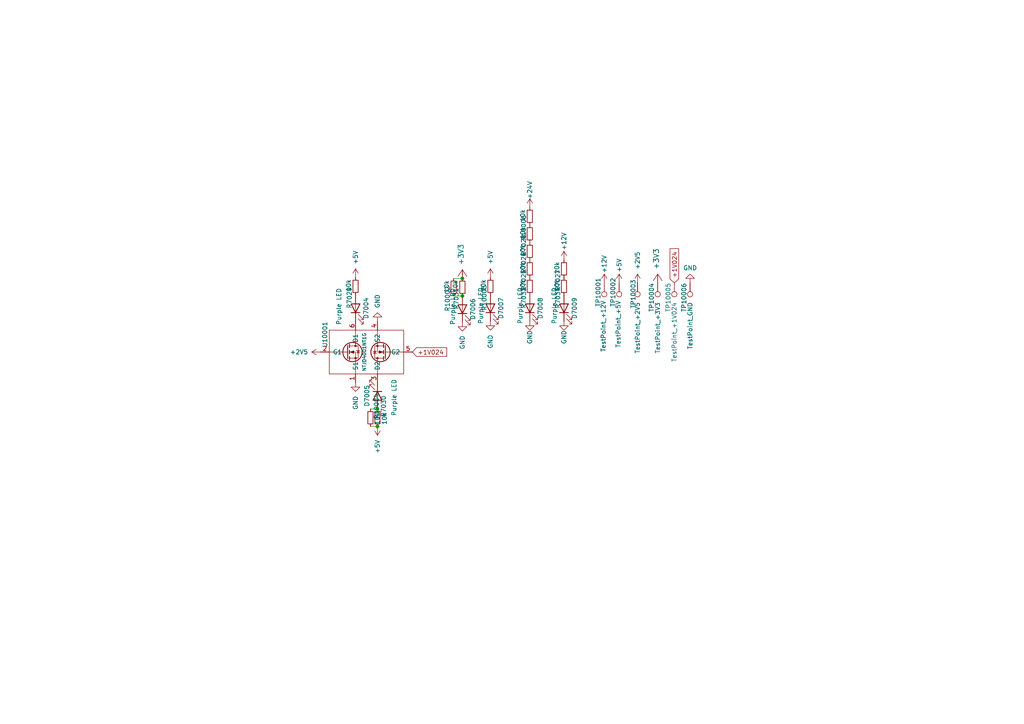
<source format=kicad_sch>
(kicad_sch (version 20231120) (generator "eeschema") (generator_version "8.0")
  (paper "A4")
  (lib_symbols
    (symbol "Connector:TestPoint" (pin_numbers hide) (pin_names (offset 0.762) hide)
      (property "Reference" "TP" (at 0 6.858 0))
      (property "Value" "TestPoint" (at 0 5.08 0))
      (symbol "TestPoint_0_1"
        (circle (center 0 3.302) (radius 0.762))
      )
      (symbol "TestPoint_1_1"
        (pin passive line (at 0 0 90) (length 2.54) (name "1") (number "1"))
      )
    )
    (symbol "Device:LED" (pin_numbers hide) (pin_names (offset 1.016) hide)
      (property "Reference" "D7009" (at 0 -3.048 0))
      (property "Value" "Purple LED" (at 0.762 2.794 0))
      (symbol "LED_0_1"
        (polyline (pts (xy -1.27 -1.27) (xy -1.27 1.27)) (stroke (width 0.254)))
        (polyline (pts (xy -1.27 0) (xy 1.27 0)))
        (polyline (pts (xy 1.27 -1.27) (xy 1.27 1.27) (xy -1.27 0) (xy 1.27 -1.27)) (stroke (width 0.254)))
        (polyline (pts (xy -3.048 -0.762) (xy -4.572 -2.286) (xy -3.81 -2.286) (xy -4.572 -2.286) (xy -4.572 -1.524)))
        (polyline (pts (xy -1.778 -0.762) (xy -3.302 -2.286) (xy -2.54 -2.286) (xy -3.302 -2.286) (xy -3.302 -1.524)))
      )
      (symbol "LED_1_1"
        (pin passive line (at -3.81 0 0) (length 2.54) (name "K") (number "1"))
        (pin passive line (at 3.81 0 180) (length 2.54) (name "A") (number "2"))
      )
    )
    (symbol "Device:R_Small" (pin_numbers hide) (pin_names (offset 0.254) hide)
      (property "Reference" "R" (at 0.762 0.508 0))
      (property "Value" "R_Small" (at 0.762 -1.016 0))
      (symbol "R_Small_0_1"
        (rectangle (start -0.762 1.778) (end 0.762 -1.778) (stroke (width 0.2032)))
      )
      (symbol "R_Small_1_1"
        (pin passive line (at 0 2.54 270) (length 0.762) (name "~") (number "1"))
        (pin passive line (at 0 -2.54 90) (length 0.762) (name "~") (number "2"))
      )
    )
    (symbol "EK-TM4C1294XL_REV_D-eagle-import:+3V3" (power) (pin_names (offset 1.016))
      (property "Value" "+3V3" (at -2.54 -5.08 90))
      (symbol "+3V3_1_0"
        (polyline (pts (xy 0 0) (xy -1.27 -1.905)))
        (polyline (pts (xy 1.27 -1.905) (xy 0 0)))
        (pin power_in line (at 0 -2.54 90) (length 2.54) (name "+3V3") (number "1"))
      )
    )
    (symbol "LED_1" (pin_numbers hide) (pin_names (offset 1.016) hide)
      (property "Reference" "D7004" (at 0 -3.048 0))
      (property "Value" "Purple LED" (at 0.508 4.826 0))
      (symbol "LED_1_0_1"
        (polyline (pts (xy -1.27 -1.27) (xy -1.27 1.27)) (stroke (width 0.254)))
        (polyline (pts (xy -1.27 0) (xy 1.27 0)))
        (polyline (pts (xy 1.27 -1.27) (xy 1.27 1.27) (xy -1.27 0) (xy 1.27 -1.27)) (stroke (width 0.254)))
        (polyline (pts (xy -3.048 -0.762) (xy -4.572 -2.286) (xy -3.81 -2.286) (xy -4.572 -2.286) (xy -4.572 -1.524)))
        (polyline (pts (xy -1.778 -0.762) (xy -3.302 -2.286) (xy -2.54 -2.286) (xy -3.302 -2.286) (xy -3.302 -1.524)))
      )
      (symbol "LED_1_1_1"
        (pin passive line (at -3.81 0 0) (length 2.54) (name "K") (number "1"))
        (pin passive line (at 3.81 0 180) (length 2.54) (name "A") (number "2"))
      )
    )
    (symbol "LED_2" (pin_numbers hide) (pin_names (offset 1.016) hide)
      (property "Reference" "D7005" (at 0 -3.048 0))
      (property "Value" "Purple LED" (at 0.508 4.826 0))
      (symbol "LED_2_0_1"
        (polyline (pts (xy -1.27 -1.27) (xy -1.27 1.27)) (stroke (width 0.254)))
        (polyline (pts (xy -1.27 0) (xy 1.27 0)))
        (polyline (pts (xy 1.27 -1.27) (xy 1.27 1.27) (xy -1.27 0) (xy 1.27 -1.27)) (stroke (width 0.254)))
        (polyline (pts (xy -3.048 -0.762) (xy -4.572 -2.286) (xy -3.81 -2.286) (xy -4.572 -2.286) (xy -4.572 -1.524)))
        (polyline (pts (xy -1.778 -0.762) (xy -3.302 -2.286) (xy -2.54 -2.286) (xy -3.302 -2.286) (xy -3.302 -1.524)))
      )
      (symbol "LED_2_1_1"
        (pin passive line (at -3.81 0 0) (length 2.54) (name "K") (number "1"))
        (pin passive line (at 3.81 0 180) (length 2.54) (name "A") (number "2"))
      )
    )
    (symbol "LED_3" (pin_numbers hide) (pin_names (offset 1.016) hide)
      (property "Reference" "D7007" (at 0 -3.048 0))
      (property "Value" "Purple LED" (at 0.762 2.794 0))
      (symbol "LED_3_0_1"
        (polyline (pts (xy -1.27 -1.27) (xy -1.27 1.27)) (stroke (width 0.254)))
        (polyline (pts (xy -1.27 0) (xy 1.27 0)))
        (polyline (pts (xy 1.27 -1.27) (xy 1.27 1.27) (xy -1.27 0) (xy 1.27 -1.27)) (stroke (width 0.254)))
        (polyline (pts (xy -3.048 -0.762) (xy -4.572 -2.286) (xy -3.81 -2.286) (xy -4.572 -2.286) (xy -4.572 -1.524)))
        (polyline (pts (xy -1.778 -0.762) (xy -3.302 -2.286) (xy -2.54 -2.286) (xy -3.302 -2.286) (xy -3.302 -1.524)))
      )
      (symbol "LED_3_1_1"
        (pin passive line (at -3.81 0 0) (length 2.54) (name "K") (number "1"))
        (pin passive line (at 3.81 0 180) (length 2.54) (name "A") (number "2"))
      )
    )
    (symbol "LED_4" (pin_numbers hide) (pin_names (offset 1.016) hide)
      (property "Reference" "D7006" (at 0 -3.048 0))
      (property "Value" "Purple LED" (at 0.762 2.794 0))
      (symbol "LED_4_0_1"
        (polyline (pts (xy -1.27 -1.27) (xy -1.27 1.27)) (stroke (width 0.254)))
        (polyline (pts (xy -1.27 0) (xy 1.27 0)))
        (polyline (pts (xy 1.27 -1.27) (xy 1.27 1.27) (xy -1.27 0) (xy 1.27 -1.27)) (stroke (width 0.254)))
        (polyline (pts (xy -3.048 -0.762) (xy -4.572 -2.286) (xy -3.81 -2.286) (xy -4.572 -2.286) (xy -4.572 -1.524)))
        (polyline (pts (xy -1.778 -0.762) (xy -3.302 -2.286) (xy -2.54 -2.286) (xy -3.302 -2.286) (xy -3.302 -1.524)))
      )
      (symbol "LED_4_1_1"
        (pin passive line (at -3.81 0 0) (length 2.54) (name "K") (number "1"))
        (pin passive line (at 3.81 0 180) (length 2.54) (name "A") (number "2"))
      )
    )
    (symbol "LED_5" (pin_numbers hide) (pin_names (offset 1.016) hide)
      (property "Reference" "D7008" (at 0 -3.048 0))
      (property "Value" "Purple LED" (at 0.762 2.794 0))
      (symbol "LED_5_0_1"
        (polyline (pts (xy -1.27 -1.27) (xy -1.27 1.27)) (stroke (width 0.254)))
        (polyline (pts (xy -1.27 0) (xy 1.27 0)))
        (polyline (pts (xy 1.27 -1.27) (xy 1.27 1.27) (xy -1.27 0) (xy 1.27 -1.27)) (stroke (width 0.254)))
        (polyline (pts (xy -3.048 -0.762) (xy -4.572 -2.286) (xy -3.81 -2.286) (xy -4.572 -2.286) (xy -4.572 -1.524)))
        (polyline (pts (xy -1.778 -0.762) (xy -3.302 -2.286) (xy -2.54 -2.286) (xy -3.302 -2.286) (xy -3.302 -1.524)))
      )
      (symbol "LED_5_1_1"
        (pin passive line (at -3.81 0 0) (length 2.54) (name "K") (number "1"))
        (pin passive line (at 3.81 0 180) (length 2.54) (name "A") (number "2"))
      )
    )
    (symbol "R_Small_1" (pin_numbers hide) (pin_names (offset 0.254) hide)
      (property "Reference" "R7028" (at 1.778 3.302 90))
      (property "Value" "10k" (at 2.032 -0.254 90))
      (symbol "R_Small_1_0_1"
        (rectangle (start -0.762 1.778) (end 0.762 -1.778) (stroke (width 0.2032)))
      )
      (symbol "R_Small_1_1_1"
        (pin passive line (at 0 2.54 270) (length 0.762) (name "~") (number "1"))
        (pin passive line (at 0 -2.54 90) (length 0.762) (name "~") (number "2"))
      )
    )
    (symbol "R_Small_2" (pin_numbers hide) (pin_names (offset 0.254) hide)
      (property "Reference" "R7026" (at 1.778 3.302 90))
      (property "Value" "10k" (at 2.032 -0.254 90))
      (symbol "R_Small_2_0_1"
        (rectangle (start -0.762 1.778) (end 0.762 -1.778) (stroke (width 0.2032)))
      )
      (symbol "R_Small_2_1_1"
        (pin passive line (at 0 2.54 270) (length 0.762) (name "~") (number "1"))
        (pin passive line (at 0 -2.54 90) (length 0.762) (name "~") (number "2"))
      )
    )
    (symbol "R_Small_3" (pin_numbers hide) (pin_names (offset 0.254) hide)
      (property "Reference" "R7025" (at 1.778 3.302 90))
      (property "Value" "10k" (at 2.032 -0.254 90))
      (symbol "R_Small_3_0_1"
        (rectangle (start -0.762 1.778) (end 0.762 -1.778) (stroke (width 0.2032)))
      )
      (symbol "R_Small_3_1_1"
        (pin passive line (at 0 2.54 270) (length 0.762) (name "~") (number "1"))
        (pin passive line (at 0 -2.54 90) (length 0.762) (name "~") (number "2"))
      )
    )
    (symbol "R_Small_4" (pin_numbers hide) (pin_names (offset 0.254) hide)
      (property "Reference" "R7033" (at 1.778 3.302 90))
      (property "Value" "10k" (at 2.032 -0.254 90))
      (symbol "R_Small_4_0_1"
        (rectangle (start -0.762 1.778) (end 0.762 -1.778) (stroke (width 0.2032)))
      )
      (symbol "R_Small_4_1_1"
        (pin passive line (at 0 2.54 270) (length 0.762) (name "~") (number "1"))
        (pin passive line (at 0 -2.54 90) (length 0.762) (name "~") (number "2"))
      )
    )
    (symbol "R_Small_5" (pin_numbers hide) (pin_names (offset 0.254) hide)
      (property "Reference" "R7029" (at 1.778 3.302 90))
      (property "Value" "10k" (at 2.032 -0.254 90))
      (symbol "R_Small_5_0_1"
        (rectangle (start -0.762 1.778) (end 0.762 -1.778) (stroke (width 0.2032)))
      )
      (symbol "R_Small_5_1_1"
        (pin passive line (at 0 2.54 270) (length 0.762) (name "~") (number "1"))
        (pin passive line (at 0 -2.54 90) (length 0.762) (name "~") (number "2"))
      )
    )
    (symbol "R_Small_6" (pin_numbers hide) (pin_names (offset 0.254) hide)
      (property "Reference" "R7030" (at 1.778 3.302 90))
      (property "Value" "10k" (at 2.032 -0.254 90))
      (symbol "R_Small_6_0_1"
        (rectangle (start -0.762 1.778) (end 0.762 -1.778) (stroke (width 0.2032)))
      )
      (symbol "R_Small_6_1_1"
        (pin passive line (at 0 2.54 270) (length 0.762) (name "~") (number "1"))
        (pin passive line (at 0 -2.54 90) (length 0.762) (name "~") (number "2"))
      )
    )
    (symbol "R_Small_7" (pin_numbers hide) (pin_names (offset 0.254) hide)
      (property "Reference" "R7034" (at 1.778 3.302 90))
      (property "Value" "10k" (at 2.032 -0.254 90))
      (symbol "R_Small_7_0_1"
        (rectangle (start -0.762 1.778) (end 0.762 -1.778) (stroke (width 0.2032)))
      )
      (symbol "R_Small_7_1_1"
        (pin passive line (at 0 2.54 270) (length 0.762) (name "~") (number "1"))
        (pin passive line (at 0 -2.54 90) (length 0.762) (name "~") (number "2"))
      )
    )
    (symbol "R_Small_8" (pin_numbers hide) (pin_names (offset 0.254) hide)
      (property "Reference" "R7027" (at 1.778 3.302 90))
      (property "Value" "10k" (at 2.032 -0.254 90))
      (symbol "R_Small_8_0_1"
        (rectangle (start -0.762 1.778) (end 0.762 -1.778) (stroke (width 0.2032)))
      )
      (symbol "R_Small_8_1_1"
        (pin passive line (at 0 2.54 270) (length 0.762) (name "~") (number "1"))
        (pin passive line (at 0 -2.54 90) (length 0.762) (name "~") (number "2"))
      )
    )
    (symbol "aaa:NTJD4001NT1G" (pin_names (offset 1.016))
      (property "Reference" "U" (at -8.89 -2.54 0))
      (property "Value" "NTJD4001NT1G" (at 1.27 -10.16 90))
      (symbol "NTJD4001NT1G_0_1"
        (rectangle (start -10.16 -3.81) (end 11.43 -16.51))
        (polyline (pts (xy -7.62 -10.16) (xy -10.16 -10.16)))
        (polyline (pts (xy -2.54 -12.7) (xy -2.54 -16.51)))
        (polyline (pts (xy -2.54 -7.62) (xy -2.54 -3.81)))
        (polyline (pts (xy 3.81 -12.7) (xy 3.81 -16.51)))
        (polyline (pts (xy 3.81 -7.62) (xy 3.81 -3.81)))
        (polyline (pts (xy 8.89 -10.16) (xy 11.43 -10.16)))
      )
      (symbol "NTJD4001NT1G_1_1"
        (circle (center -3.429 -10.16) (radius 2.794) (stroke (width 0.254)))
        (circle (center -2.54 -11.938) (radius 0.254) (fill (type outline)))
        (circle (center -2.54 -8.382) (radius 0.254) (fill (type outline)))
        (polyline (pts (xy -4.826 -10.16) (xy -7.62 -10.16)))
        (polyline (pts (xy -4.826 -8.255) (xy -4.826 -12.065)) (stroke (width 0.254)))
        (polyline (pts (xy -4.318 -11.43) (xy -4.318 -12.446)) (stroke (width 0.254)))
        (polyline (pts (xy -4.318 -9.652) (xy -4.318 -10.668)) (stroke (width 0.254)))
        (polyline (pts (xy -4.318 -7.874) (xy -4.318 -8.89)) (stroke (width 0.254)))
        (polyline (pts (xy -2.54 -7.62) (xy -2.54 -8.382)))
        (polyline (pts (xy 3.81 -12.7) (xy 3.81 -11.938)))
        (polyline (pts (xy 5.588 -12.446) (xy 5.588 -11.43)) (stroke (width 0.254)))
        (polyline (pts (xy 5.588 -10.668) (xy 5.588 -9.652)) (stroke (width 0.254)))
        (polyline (pts (xy 5.588 -8.89) (xy 5.588 -7.874)) (stroke (width 0.254)))
        (polyline (pts (xy 6.096 -12.065) (xy 6.096 -8.255)) (stroke (width 0.254)))
        (polyline (pts (xy 6.096 -10.16) (xy 8.89 -10.16)))
        (polyline (pts (xy -2.54 -12.7) (xy -2.54 -10.16) (xy -4.318 -10.16)))
        (polyline (pts (xy 3.81 -7.62) (xy 3.81 -10.16) (xy 5.588 -10.16)))
        (polyline (pts (xy -4.318 -11.938) (xy -1.778 -11.938) (xy -1.778 -8.382) (xy -4.318 -8.382)))
        (polyline (pts (xy -4.064 -10.16) (xy -3.048 -9.779) (xy -3.048 -10.541) (xy -4.064 -10.16)) (fill (type outline)))
        (polyline (pts (xy -2.286 -9.652) (xy -2.159 -9.779) (xy -1.397 -9.779) (xy -1.27 -9.906)))
        (polyline (pts (xy -1.778 -9.779) (xy -2.159 -10.414) (xy -1.397 -10.414) (xy -1.778 -9.779)))
        (polyline (pts (xy 3.048 -10.541) (xy 3.429 -9.906) (xy 2.667 -9.906) (xy 3.048 -10.541)))
        (polyline (pts (xy 3.556 -10.668) (xy 3.429 -10.541) (xy 2.667 -10.541) (xy 2.54 -10.414)))
        (polyline (pts (xy 5.334 -10.16) (xy 4.318 -10.541) (xy 4.318 -9.779) (xy 5.334 -10.16)) (fill (type outline)))
        (polyline (pts (xy 5.588 -8.382) (xy 3.048 -8.382) (xy 3.048 -11.938) (xy 5.588 -11.938)))
        (circle (center 3.81 -11.938) (radius 0.254) (fill (type outline)))
        (circle (center 3.81 -8.382) (radius 0.254) (fill (type outline)))
        (circle (center 4.699 -10.16) (radius 2.794) (stroke (width 0.254)))
        (pin passive line (at -2.54 -19.05 90) (length 2.54) (name "S1") (number "1"))
        (pin input line (at -12.7 -10.16 0) (length 2.54) (name "G1") (number "2"))
        (pin passive line (at 3.81 -19.05 90) (length 2.54) (name "D2") (number "3"))
        (pin passive line (at 3.81 -1.27 270) (length 2.54) (name "S2") (number "4"))
        (pin input line (at 13.97 -10.16 180) (length 2.54) (name "G2") (number "5"))
        (pin passive line (at -2.54 -1.27 270) (length 2.54) (name "D1") (number "6"))
      )
    )
    (symbol "power:+12V" (power) (pin_names (offset 0))
      (property "Value" "+12V" (at 0 3.556 0))
      (symbol "+12V_0_1"
        (polyline (pts (xy -0.762 1.27) (xy 0 2.54)))
        (polyline (pts (xy 0 0) (xy 0 2.54)))
        (polyline (pts (xy 0 2.54) (xy 0.762 1.27)))
      )
      (symbol "+12V_1_1"
        (pin power_in line (at 0 0 90) (length 0) hide (name "+12V") (number "1"))
      )
    )
    (symbol "power:+24V" (power) (pin_names (offset 0))
      (property "Value" "+24V" (at 0 3.556 0))
      (symbol "+24V_0_1"
        (polyline (pts (xy -0.762 1.27) (xy 0 2.54)))
        (polyline (pts (xy 0 0) (xy 0 2.54)))
        (polyline (pts (xy 0 2.54) (xy 0.762 1.27)))
      )
      (symbol "+24V_1_1"
        (pin power_in line (at 0 0 90) (length 0) hide (name "+24V") (number "1"))
      )
    )
    (symbol "power:+2V5" (power) (pin_names (offset 0))
      (property "Value" "+2V5" (at 0 3.556 0))
      (symbol "+2V5_0_1"
        (polyline (pts (xy -0.762 1.27) (xy 0 2.54)))
        (polyline (pts (xy 0 0) (xy 0 2.54)))
        (polyline (pts (xy 0 2.54) (xy 0.762 1.27)))
      )
      (symbol "+2V5_1_1"
        (pin power_in line (at 0 0 90) (length 0) hide (name "+2V5") (number "1"))
      )
    )
    (symbol "power:+5V" (power) (pin_names (offset 0))
      (property "Value" "+5V" (at 0 3.556 0))
      (symbol "+5V_0_1"
        (polyline (pts (xy -0.762 1.27) (xy 0 2.54)))
        (polyline (pts (xy 0 0) (xy 0 2.54)))
        (polyline (pts (xy 0 2.54) (xy 0.762 1.27)))
      )
      (symbol "+5V_1_1"
        (pin power_in line (at 0 0 90) (length 0) hide (name "+5V") (number "1"))
      )
    )
    (symbol "power:GND" (power) (pin_names (offset 0))
      (property "Value" "GND" (at 0 -3.81 0))
      (symbol "GND_0_1"
        (polyline (pts (xy 0 0) (xy 0 -1.27) (xy 1.27 -1.27) (xy 0 -2.54) (xy -1.27 -1.27) (xy 0 -1.27)))
      )
      (symbol "GND_1_1"
        (pin power_in line (at 0 0 270) (length 0) hide (name "GND") (number "1"))
      )
    )
  )
  (junction (at 109.474 123.698))
  (junction (at 109.474 118.618))
  (junction (at 134.112 80.772))
  (junction (at 134.112 85.852))
  (wire (pts (xy 131.572 80.772) (xy 134.112 80.772)))
  (wire (pts (xy 107.442 118.618) (xy 109.474 118.618)))
  (wire (pts (xy 131.572 85.852) (xy 134.112 85.852)))
  (wire (pts (xy 107.442 123.698) (xy 109.474 123.698)))
  (global_label "+1V024" (shape input) (at 195.58 82.042 90) (property "Intersheetrefs" "${INTERSHEET_REFS}" (effects (hide yes))))
  (global_label "+1V024" (shape input) (at 119.634 102.108 0) (property "Intersheetrefs" "${INTERSHEET_REFS}" (effects (hide yes))))
  (symbol (lib_name "R_Small_3") (lib_id "Device:R_Small") (at 153.67 77.978 180) (unit 1)
    (property "Reference" "R7025" (at 151.892 81.28 90))
    (property "Value" "10k" (at 151.638 77.724 90))
    (property "Footprint" "Resistor_SMD:R_0603_1608Metric" (effects (hide yes)))
    (property "Description" "Resistor, small symbol" (effects (hide yes)))
    (property "LCSC" "C25804" (effects (hide yes)))
  )
  (symbol (lib_id "EK-TM4C1294XL_REV_D-eagle-import:+3V3") (at 134.112 78.232 0) (mirror y) (unit 1)
    (property "Reference" "#+3V07001" (effects (hide yes)))
    (property "Value" "+3V3" (at 132.842 76.962 90) (effects (font (size 1.4986 1.4986)) (justify left bottom)))
  )
  (symbol (lib_name "R_Small_2") (lib_id "Device:R_Small") (at 153.67 72.898 180) (unit 1)
    (property "Reference" "R7026" (at 151.892 76.2 90))
    (property "Value" "10k" (at 151.638 72.644 90))
    (property "Footprint" "Resistor_SMD:R_0603_1608Metric" (effects (hide yes)))
    (property "Description" "Resistor, small symbol" (effects (hide yes)))
    (property "LCSC" "C25804" (effects (hide yes)))
  )
  (symbol (lib_id "power:+5V") (at 142.24 80.518 0) (unit 1)
    (property "Reference" "#PWR07030" (effects (hide yes)))
    (property "Value" "+5V" (at 142.24 76.708 90) (effects (justify left)))
  )
  (symbol (lib_id "Device:R_Small") (at 134.112 83.312 180) (unit 1)
    (property "Reference" "R7031" (at 132.334 86.614 90))
    (property "Value" "10k" (at 132.08 83.058 90))
    (property "Footprint" "Resistor_SMD:R_0603_1608Metric" (effects (hide yes)))
    (property "Description" "Resistor, small symbol" (effects (hide yes)))
    (property "LCSC" "C25804" (effects (hide yes)))
  )
  (symbol (lib_id "Connector:TestPoint") (at 184.912 82.042 180) (unit 1)
    (property "Reference" "TP10003" (at 183.642 81.026 90) (effects (justify left)))
    (property "Value" "TestPoint_+2V5" (at 184.912 87.63 90) (effects (justify left)))
    (property "Footprint" "TestPoint:TestPoint_Pad_D1.0mm" (effects (hide yes)))
    (instances (project "stm32h7_base" (path "" (reference "TP10003") (unit 1))) (project "simplicity_analog_1" (path "" (reference "TP7003") (unit 1))))
  )
  (symbol (lib_id "power:+2V5") (at 184.912 82.042 0) (unit 1)
    (property "Reference" "#PWR07038" (effects (hide yes)))
    (property "Value" "+2V5" (at 184.912 78.232 90) (effects (justify left)))
  )
  (symbol (lib_id "power:GND") (at 134.112 93.472 0) (unit 1)
    (property "Reference" "#PWR07029" (effects (hide yes)))
    (property "Value" "GND" (at 134.112 97.282 90) (effects (justify right)))
  )
  (symbol (lib_id "power:+24V") (at 153.67 60.198 0) (unit 1)
    (property "Reference" "#PWR07032" (effects (hide yes)))
    (property "Value" "+24V" (at 153.67 55.118 90))
  )
  (symbol (lib_id "power:GND") (at 200.152 82.042 180) (unit 1)
    (property "Reference" "#PWR07039" (effects (hide yes)))
    (property "Value" "GND" (at 200.152 77.724 0))
  )
  (symbol (lib_id "Connector:TestPoint") (at 179.578 82.042 180) (unit 1)
    (property "Reference" "TP10002" (at 177.8 80.518 90) (effects (justify left)))
    (property "Value" "TestPoint_+5V" (at 179.324 87.122 90) (effects (justify left)))
    (property "Footprint" "TestPoint:TestPoint_Pad_D1.0mm" (effects (hide yes)))
    (instances (project "stm32h7_base" (path "" (reference "TP10002") (unit 1))) (project "simplicity_analog_1" (path "" (reference "TP7002") (unit 1))))
  )
  (symbol (lib_name "R_Small_8") (lib_id "Device:R_Small") (at 163.576 77.978 180) (unit 1)
    (property "Reference" "R7027" (at 161.798 81.28 90))
    (property "Value" "10k" (at 161.544 77.724 90))
    (property "Footprint" "Resistor_SMD:R_0603_1608Metric" (effects (hide yes)))
    (property "Description" "Resistor, small symbol" (effects (hide yes)))
    (property "LCSC" "C25804" (effects (hide yes)))
  )
  (symbol (lib_name "R_Small_6") (lib_id "Device:R_Small") (at 109.474 121.158 0) (unit 1)
    (property "Reference" "R7030" (at 111.252 117.856 90))
    (property "Value" "10k" (at 111.506 121.412 90))
    (property "Footprint" "Resistor_SMD:R_0603_1608Metric" (effects (hide yes)))
    (property "Description" "Resistor, small symbol" (effects (hide yes)))
    (property "LCSC" "C25804" (effects (hide yes)))
  )
  (symbol (lib_name "R_Small_7") (lib_id "Device:R_Small") (at 163.576 83.058 180) (unit 1)
    (property "Reference" "R7034" (at 161.798 86.36 90))
    (property "Value" "10k" (at 161.544 82.804 90))
    (property "Footprint" "Resistor_SMD:R_0603_1608Metric" (effects (hide yes)))
    (property "Description" "Resistor, small symbol" (effects (hide yes)))
    (property "LCSC" "C25804" (effects (hide yes)))
  )
  (symbol (lib_id "power:GND") (at 109.474 93.218 180) (unit 1)
    (property "Reference" "#PWR07027" (effects (hide yes)))
    (property "Value" "GND" (at 109.474 89.408 90) (effects (justify right)))
  )
  (symbol (lib_id "power:+12V") (at 175.26 82.042 0) (unit 1)
    (property "Reference" "#PWR07036" (effects (hide yes)))
    (property "Value" "+12V" (at 175.26 79.248 90) (effects (justify left)))
  )
  (symbol (lib_name "R_Small_6") (lib_id "Device:R_Small") (at 107.442 121.158 0) (unit 1)
    (property "Reference" "R10004" (at 109.22 117.856 90))
    (property "Value" "10k" (at 109.474 121.412 90))
    (property "Footprint" "Resistor_SMD:R_0603_1608Metric" (effects (hide yes)))
    (property "Description" "Resistor, small symbol" (effects (hide yes)))
    (property "LCSC" "C25804" (effects (hide yes)))
    (instances (project "stm32h7_base" (path "" (reference "R10004") (unit 1))) (project "simplicity_analog_1" (path "" (reference "R7035") (unit 1))))
  )
  (symbol (lib_id "power:GND") (at 153.67 93.218 0) (unit 1)
    (property "Reference" "#PWR07033" (effects (hide yes)))
    (property "Value" "GND" (at 153.67 95.758 90) (effects (justify right)))
  )
  (symbol (lib_id "power:+5V") (at 103.124 80.518 0) (unit 1)
    (property "Reference" "#PWR07025" (effects (hide yes)))
    (property "Value" "+5V" (at 103.124 76.708 90) (effects (justify left)))
  )
  (symbol (lib_name "R_Small_5") (lib_id "Device:R_Small") (at 103.124 83.058 180) (unit 1)
    (property "Reference" "R7029" (at 101.346 86.36 90))
    (property "Value" "10k" (at 101.092 82.804 90))
    (property "Footprint" "Resistor_SMD:R_0603_1608Metric" (effects (hide yes)))
    (property "Description" "Resistor, small symbol" (effects (hide yes)))
    (property "LCSC" "C25804" (effects (hide yes)))
  )
  (symbol (lib_id "power:GND") (at 103.124 110.998 0) (unit 1)
    (property "Reference" "#PWR07026" (effects (hide yes)))
    (property "Value" "GND" (at 103.124 114.808 90) (effects (justify right)))
  )
  (symbol (lib_id "aaa:NTJD4001NT1G") (at 105.664 91.948 0) (unit 1)
    (property "Reference" "U10001" (at 94.234 97.028 90))
    (property "Value" "NTJD4001NT1G" (at 105.664 102.108 90) (effects (font (size 0.9906 0.9906))))
    (property "Footprint" "Package_TO_SOT_SMD:SOT-363_SC-70-6" (effects (hide yes)))
    (property "LCSC" "C190019" (effects (hide yes)))
    (instances (project "stm32h7_base" (path "" (reference "U10001") (unit 1))) (project "simplicity_analog_1" (path "" (reference "U7003") (unit 1))))
  )
  (symbol (lib_name "LED_4") (lib_id "Device:LED") (at 134.112 89.662 90) (unit 1)
    (property "Reference" "D7006" (at 137.16 89.662 0))
    (property "Value" "Purple LED" (at 131.318 88.9 0))
    (property "Footprint" "LED_SMD:LED_0603_1608Metric" (effects (hide yes)))
    (property "LCSC" "C7371898" (effects (hide yes)))
  )
  (symbol (lib_id "power:+2V5") (at 92.964 102.108 90) (unit 1)
    (property "Reference" "#PWR07024" (effects (hide yes)))
    (property "Value" "+2V5" (at 84.074 102.108 90) (effects (justify right)))
  )
  (symbol (lib_id "Connector:TestPoint") (at 195.58 82.042 180) (unit 1)
    (property "Reference" "TP10005" (at 193.802 82.042 90) (effects (justify left)))
    (property "Value" "TestPoint_+1V024" (at 195.58 87.63 90) (effects (justify left)))
    (property "Footprint" "TestPoint:TestPoint_Pad_D1.0mm" (effects (hide yes)))
    (instances (project "stm32h7_base" (path "" (reference "TP10005") (unit 1))) (project "simplicity_analog_1" (path "" (reference "TP7005") (unit 1))))
  )
  (symbol (lib_name "R_Small_4") (lib_id "Device:R_Small") (at 153.67 83.058 180) (unit 1)
    (property "Reference" "R7033" (at 151.892 86.36 90))
    (property "Value" "10k" (at 151.638 82.804 90))
    (property "Footprint" "Resistor_SMD:R_0603_1608Metric" (effects (hide yes)))
    (property "Description" "Resistor, small symbol" (effects (hide yes)))
    (property "LCSC" "C25804" (effects (hide yes)))
  )
  (symbol (lib_id "Connector:TestPoint") (at 175.26 82.042 180) (unit 1)
    (property "Reference" "TP10001" (at 173.482 80.518 90) (effects (justify left)))
    (property "Value" "TestPoint_+12V" (at 175.006 87.122 90) (effects (justify left)))
    (property "Footprint" "TestPoint:TestPoint_Pad_D1.0mm" (effects (hide yes)))
    (instances (project "stm32h7_base" (path "" (reference "TP10001") (unit 1))) (project "simplicity_analog_1" (path "" (reference "TP7001") (unit 1))))
  )
  (symbol (lib_id "power:+5V") (at 179.578 82.042 0) (unit 1)
    (property "Reference" "#PWR07037" (effects (hide yes)))
    (property "Value" "+5V" (at 179.578 74.93 90) (effects (justify right)))
  )
  (symbol (lib_id "power:GND") (at 142.24 93.218 0) (unit 1)
    (property "Reference" "#PWR07031" (effects (hide yes)))
    (property "Value" "GND" (at 142.24 97.028 90) (effects (justify right)))
  )
  (symbol (lib_id "power:+12V") (at 163.576 75.438 0) (unit 1)
    (property "Reference" "#PWR07034" (effects (hide yes)))
    (property "Value" "+12V" (at 163.576 72.644 90) (effects (justify left)))
  )
  (symbol (lib_id "Device:R_Small") (at 131.572 83.312 180) (unit 1)
    (property "Reference" "R10002" (at 129.794 86.614 90))
    (property "Value" "10k" (at 129.54 83.058 90))
    (property "Footprint" "Resistor_SMD:R_0603_1608Metric" (effects (hide yes)))
    (property "Description" "Resistor, small symbol" (effects (hide yes)))
    (property "LCSC" "C25804" (effects (hide yes)))
    (instances (project "stm32h7_base" (path "" (reference "R10002") (unit 1))) (project "simplicity_analog_1" (path "" (reference "R7036") (unit 1))))
  )
  (symbol (lib_name "LED_2") (lib_id "Device:LED") (at 109.474 114.808 270) (unit 1)
    (property "Reference" "D7005" (at 106.426 114.808 0))
    (property "Value" "Purple LED" (at 114.3 115.316 0))
    (property "Footprint" "LED_SMD:LED_0603_1608Metric" (effects (hide yes)))
    (property "LCSC" "C7371898" (effects (hide yes)))
  )
  (symbol (lib_id "Device:R_Small") (at 142.24 83.058 180) (unit 1)
    (property "Reference" "R10005" (at 140.462 86.36 90))
    (property "Value" "10k" (at 140.208 82.804 90))
    (property "Footprint" "Resistor_SMD:R_0603_1608Metric" (effects (hide yes)))
    (property "Description" "Resistor, small symbol" (effects (hide yes)))
    (property "LCSC" "C25804" (effects (hide yes)))
    (instances (project "stm32h7_base" (path "" (reference "R10005") (unit 1))) (project "simplicity_analog_1" (path "" (reference "R7032") (unit 1))))
  )
  (symbol (lib_id "Connector:TestPoint") (at 200.152 82.042 180) (unit 1)
    (property "Reference" "TP10006" (at 198.374 82.042 90) (effects (justify left)))
    (property "Value" "TestPoint_GND" (at 200.152 87.63 90) (effects (justify left)))
    (property "Footprint" "TestPoint:TestPoint_Pad_D1.0mm" (effects (hide yes)))
    (instances (project "stm32h7_base" (path "" (reference "TP10006") (unit 1))) (project "simplicity_analog_1" (path "" (reference "TP7006") (unit 1))))
  )
  (symbol (lib_id "power:GND") (at 163.576 93.218 0) (unit 1)
    (property "Reference" "#PWR07035" (effects (hide yes)))
    (property "Value" "GND" (at 163.576 95.758 90) (effects (justify right)))
  )
  (symbol (lib_name "R_Small_1") (lib_id "Device:R_Small") (at 153.67 62.738 180) (unit 1)
    (property "Reference" "R10006" (at 151.892 66.04 90))
    (property "Value" "10k" (at 151.638 62.484 90))
    (property "Footprint" "Resistor_SMD:R_0603_1608Metric" (effects (hide yes)))
    (property "Description" "Resistor, small symbol" (effects (hide yes)))
    (property "LCSC" "C25804" (effects (hide yes)))
    (instances (project "stm32h7_base" (path "" (reference "R10006") (unit 1))) (project "simplicity_analog_1" (path "" (reference "R?") (unit 1))))
  )
  (symbol (lib_name "LED_3") (lib_id "Device:LED") (at 142.24 89.408 90) (unit 1)
    (property "Reference" "D7007" (at 145.288 89.408 0))
    (property "Value" "Purple LED" (at 139.446 88.646 0))
    (property "Footprint" "LED_SMD:LED_0603_1608Metric" (effects (hide yes)))
    (property "LCSC" "C7371898" (effects (hide yes)))
  )
  (symbol (lib_id "power:+5V") (at 109.474 123.698 180) (unit 1)
    (property "Reference" "#PWR07028" (effects (hide yes)))
    (property "Value" "+5V" (at 109.474 127.508 90) (effects (justify left)))
  )
  (symbol (lib_name "R_Small_1") (lib_id "Device:R_Small") (at 153.67 67.818 180) (unit 1)
    (property "Reference" "R7028" (at 151.892 71.12 90))
    (property "Value" "10k" (at 151.638 67.564 90))
    (property "Footprint" "Resistor_SMD:R_0603_1608Metric" (effects (hide yes)))
    (property "Description" "Resistor, small symbol" (effects (hide yes)))
    (property "LCSC" "C25804" (effects (hide yes)))
  )
  (symbol (lib_name "LED_5") (lib_id "Device:LED") (at 153.67 89.408 90) (unit 1)
    (property "Reference" "D7008" (at 156.718 89.408 0))
    (property "Value" "Purple LED" (at 150.876 88.646 0))
    (property "Footprint" "LED_SMD:LED_0603_1608Metric" (effects (hide yes)))
    (property "LCSC" "C7371898" (effects (hide yes)))
  )
  (symbol (lib_name "LED_1") (lib_id "Device:LED") (at 103.124 89.408 90) (unit 1)
    (property "Reference" "D7004" (at 106.172 89.408 0))
    (property "Value" "Purple LED" (at 98.298 88.9 0))
    (property "Footprint" "LED_SMD:LED_0603_1608Metric" (effects (hide yes)))
    (property "LCSC" "C7371898" (effects (hide yes)))
  )
  (symbol (lib_id "EK-TM4C1294XL_REV_D-eagle-import:+3V3") (at 190.754 79.502 0) (mirror y) (unit 1)
    (property "Reference" "#+3V07002" (effects (hide yes)))
    (property "Value" "+3V3" (at 189.484 78.232 90) (effects (font (size 1.4986 1.4986)) (justify left bottom)))
  )
  (symbol (lib_id "Device:LED") (at 163.576 89.408 90) (unit 1)
    (property "Reference" "D7009" (at 166.624 89.408 0))
    (property "Value" "Purple LED" (at 160.782 88.646 0))
    (property "Footprint" "LED_SMD:LED_0603_1608Metric" (effects (hide yes)))
    (property "LCSC" "C7371898" (effects (hide yes)))
  )
  (symbol (lib_id "Connector:TestPoint") (at 190.754 82.042 180) (unit 1)
    (property "Reference" "TP10004" (at 188.976 82.042 90) (effects (justify left)))
    (property "Value" "TestPoint_+3V3" (at 190.754 87.63 90) (effects (justify left)))
    (property "Footprint" "TestPoint:TestPoint_Pad_D1.0mm" (effects (hide yes)))
    (instances (project "stm32h7_base" (path "" (reference "TP10004") (unit 1))) (project "simplicity_analog_1" (path "" (reference "TP7004") (unit 1))))
  )
)
</source>
